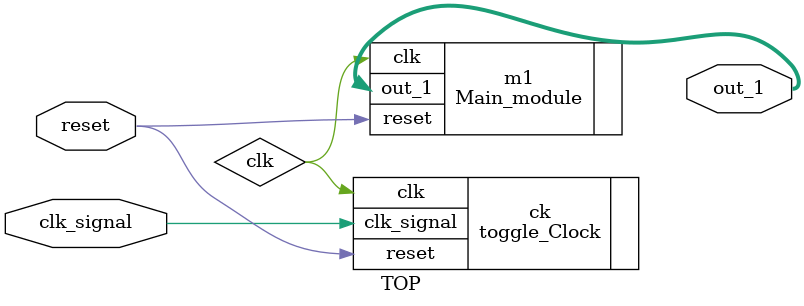
<source format=v>
`timescale 1ns / 1ps


module TOP(
    input reset, 
    input clk_signal,  // 50 MHz input clock
    output [3:0] out_1
   
);
    wire clk;
   // assign clk1 = clk;

    // Instantiate clock divider
    toggle_Clock ck(.reset(reset),.clk_signal(clk_signal), .clk(clk));

    // Instantiate main module with toggled clock
    Main_module m1(.clk(clk) ,.reset(reset) ,.out_1(out_1));
endmodule
</source>
